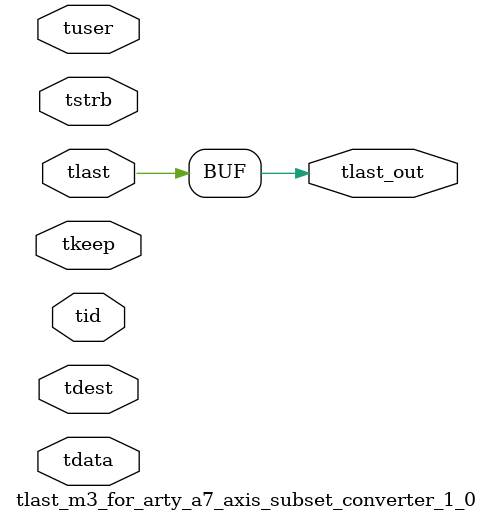
<source format=v>


`timescale 1ps/1ps

module tlast_m3_for_arty_a7_axis_subset_converter_1_0 #
(
parameter C_S_AXIS_TID_WIDTH   = 1,
parameter C_S_AXIS_TUSER_WIDTH = 0,
parameter C_S_AXIS_TDATA_WIDTH = 0,
parameter C_S_AXIS_TDEST_WIDTH = 0
)
(
input  [(C_S_AXIS_TID_WIDTH   == 0 ? 1 : C_S_AXIS_TID_WIDTH)-1:0       ] tid,
input  [(C_S_AXIS_TDATA_WIDTH == 0 ? 1 : C_S_AXIS_TDATA_WIDTH)-1:0     ] tdata,
input  [(C_S_AXIS_TUSER_WIDTH == 0 ? 1 : C_S_AXIS_TUSER_WIDTH)-1:0     ] tuser,
input  [(C_S_AXIS_TDEST_WIDTH == 0 ? 1 : C_S_AXIS_TDEST_WIDTH)-1:0     ] tdest,
input  [(C_S_AXIS_TDATA_WIDTH/8)-1:0 ] tkeep,
input  [(C_S_AXIS_TDATA_WIDTH/8)-1:0 ] tstrb,
input  [0:0]                                                             tlast,
output                                                                   tlast_out
);

assign tlast_out = {tlast};

endmodule


</source>
